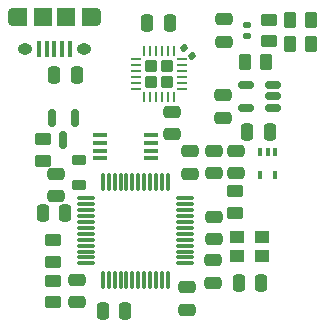
<source format=gbr>
%TF.GenerationSoftware,KiCad,Pcbnew,6.0.4-6f826c9f35~116~ubuntu20.04.1*%
%TF.CreationDate,2022-04-08T13:22:16+02:00*%
%TF.ProjectId,BACKUP_PROJECT,4241434b-5550-45f5-9052-4f4a4543542e,rev?*%
%TF.SameCoordinates,Original*%
%TF.FileFunction,Paste,Bot*%
%TF.FilePolarity,Positive*%
%FSLAX46Y46*%
G04 Gerber Fmt 4.6, Leading zero omitted, Abs format (unit mm)*
G04 Created by KiCad (PCBNEW 6.0.4-6f826c9f35~116~ubuntu20.04.1) date 2022-04-08 13:22:16*
%MOMM*%
%LPD*%
G01*
G04 APERTURE LIST*
G04 Aperture macros list*
%AMRoundRect*
0 Rectangle with rounded corners*
0 $1 Rounding radius*
0 $2 $3 $4 $5 $6 $7 $8 $9 X,Y pos of 4 corners*
0 Add a 4 corners polygon primitive as box body*
4,1,4,$2,$3,$4,$5,$6,$7,$8,$9,$2,$3,0*
0 Add four circle primitives for the rounded corners*
1,1,$1+$1,$2,$3*
1,1,$1+$1,$4,$5*
1,1,$1+$1,$6,$7*
1,1,$1+$1,$8,$9*
0 Add four rect primitives between the rounded corners*
20,1,$1+$1,$2,$3,$4,$5,0*
20,1,$1+$1,$4,$5,$6,$7,0*
20,1,$1+$1,$6,$7,$8,$9,0*
20,1,$1+$1,$8,$9,$2,$3,0*%
G04 Aperture macros list end*
%ADD10RoundRect,0.250000X0.475000X-0.250000X0.475000X0.250000X-0.475000X0.250000X-0.475000X-0.250000X0*%
%ADD11RoundRect,0.250000X-0.250000X-0.475000X0.250000X-0.475000X0.250000X0.475000X-0.250000X0.475000X0*%
%ADD12R,0.400000X0.650000*%
%ADD13RoundRect,0.140000X0.216520X0.040237X0.002028X0.220218X-0.216520X-0.040237X-0.002028X-0.220218X0*%
%ADD14RoundRect,0.250000X-0.262500X-0.450000X0.262500X-0.450000X0.262500X0.450000X-0.262500X0.450000X0*%
%ADD15RoundRect,0.250000X-0.475000X0.250000X-0.475000X-0.250000X0.475000X-0.250000X0.475000X0.250000X0*%
%ADD16RoundRect,0.250000X-0.275000X0.275000X-0.275000X-0.275000X0.275000X-0.275000X0.275000X0.275000X0*%
%ADD17RoundRect,0.062500X-0.062500X0.350000X-0.062500X-0.350000X0.062500X-0.350000X0.062500X0.350000X0*%
%ADD18RoundRect,0.062500X-0.350000X0.062500X-0.350000X-0.062500X0.350000X-0.062500X0.350000X0.062500X0*%
%ADD19R,1.300000X1.100000*%
%ADD20RoundRect,0.250000X-0.450000X0.262500X-0.450000X-0.262500X0.450000X-0.262500X0.450000X0.262500X0*%
%ADD21RoundRect,0.250000X0.450000X-0.262500X0.450000X0.262500X-0.450000X0.262500X-0.450000X-0.262500X0*%
%ADD22RoundRect,0.075000X0.662500X0.075000X-0.662500X0.075000X-0.662500X-0.075000X0.662500X-0.075000X0*%
%ADD23RoundRect,0.075000X0.075000X0.662500X-0.075000X0.662500X-0.075000X-0.662500X0.075000X-0.662500X0*%
%ADD24RoundRect,0.140000X-0.170000X0.140000X-0.170000X-0.140000X0.170000X-0.140000X0.170000X0.140000X0*%
%ADD25RoundRect,0.250000X0.250000X0.475000X-0.250000X0.475000X-0.250000X-0.475000X0.250000X-0.475000X0*%
%ADD26RoundRect,0.250000X0.262500X0.450000X-0.262500X0.450000X-0.262500X-0.450000X0.262500X-0.450000X0*%
%ADD27RoundRect,0.218750X0.381250X-0.218750X0.381250X0.218750X-0.381250X0.218750X-0.381250X-0.218750X0*%
%ADD28O,1.250000X0.950000*%
%ADD29O,0.890000X1.550000*%
%ADD30R,0.400000X1.350000*%
%ADD31R,1.500000X1.550000*%
%ADD32R,1.200000X1.550000*%
%ADD33R,1.307000X0.457200*%
%ADD34RoundRect,0.150000X0.512500X0.150000X-0.512500X0.150000X-0.512500X-0.150000X0.512500X-0.150000X0*%
%ADD35RoundRect,0.150000X-0.150000X0.587500X-0.150000X-0.587500X0.150000X-0.587500X0.150000X0.587500X0*%
G04 APERTURE END LIST*
D10*
%TO.C,C12*%
X142646400Y-77990800D03*
X142646400Y-76090800D03*
%TD*%
D11*
%TO.C,C7*%
X136819600Y-92913200D03*
X138719600Y-92913200D03*
%TD*%
D12*
%TO.C,U4*%
X150124400Y-79502000D03*
X150774400Y-79502000D03*
X151424400Y-79502000D03*
X151424400Y-81402000D03*
X150124400Y-81402000D03*
%TD*%
D13*
%TO.C,C2*%
X144385701Y-71323200D03*
X143650299Y-70706124D03*
%TD*%
D10*
%TO.C,C10*%
X144221200Y-81315600D03*
X144221200Y-79415600D03*
%TD*%
D14*
%TO.C,R9*%
X152655900Y-68275200D03*
X154480900Y-68275200D03*
%TD*%
D11*
%TO.C,C13*%
X149062400Y-77774800D03*
X150962400Y-77774800D03*
%TD*%
D15*
%TO.C,C6*%
X146151600Y-88661200D03*
X146151600Y-90561200D03*
%TD*%
D16*
%TO.C,U1*%
X142240000Y-72233000D03*
X140940000Y-73533000D03*
X142240000Y-73533000D03*
X140940000Y-72233000D03*
D17*
X140340000Y-70945500D03*
X140840000Y-70945500D03*
X141340000Y-70945500D03*
X141840000Y-70945500D03*
X142340000Y-70945500D03*
X142840000Y-70945500D03*
D18*
X143527500Y-71633000D03*
X143527500Y-72133000D03*
X143527500Y-72633000D03*
X143527500Y-73133000D03*
X143527500Y-73633000D03*
X143527500Y-74133000D03*
D17*
X142840000Y-74820500D03*
X142340000Y-74820500D03*
X141840000Y-74820500D03*
X141340000Y-74820500D03*
X140840000Y-74820500D03*
X140340000Y-74820500D03*
D18*
X139652500Y-74133000D03*
X139652500Y-73633000D03*
X139652500Y-73133000D03*
X139652500Y-72633000D03*
X139652500Y-72133000D03*
X139652500Y-71633000D03*
%TD*%
D19*
%TO.C,X1*%
X150275000Y-88328000D03*
X148175000Y-88328000D03*
X148175000Y-86678000D03*
X150275000Y-86678000D03*
%TD*%
D20*
%TO.C,R11*%
X132638800Y-90375100D03*
X132638800Y-92200100D03*
%TD*%
D21*
%TO.C,R12*%
X132638800Y-88798400D03*
X132638800Y-86973400D03*
%TD*%
D22*
%TO.C,U2*%
X143735500Y-83406800D03*
X143735500Y-83906800D03*
X143735500Y-84406800D03*
X143735500Y-84906800D03*
X143735500Y-85406800D03*
X143735500Y-85906800D03*
X143735500Y-86406800D03*
X143735500Y-86906800D03*
X143735500Y-87406800D03*
X143735500Y-87906800D03*
X143735500Y-88406800D03*
X143735500Y-88906800D03*
D23*
X142323000Y-90319300D03*
X141823000Y-90319300D03*
X141323000Y-90319300D03*
X140823000Y-90319300D03*
X140323000Y-90319300D03*
X139823000Y-90319300D03*
X139323000Y-90319300D03*
X138823000Y-90319300D03*
X138323000Y-90319300D03*
X137823000Y-90319300D03*
X137323000Y-90319300D03*
X136823000Y-90319300D03*
D22*
X135410500Y-88906800D03*
X135410500Y-88406800D03*
X135410500Y-87906800D03*
X135410500Y-87406800D03*
X135410500Y-86906800D03*
X135410500Y-86406800D03*
X135410500Y-85906800D03*
X135410500Y-85406800D03*
X135410500Y-84906800D03*
X135410500Y-84406800D03*
X135410500Y-83906800D03*
X135410500Y-83406800D03*
D23*
X136823000Y-81994300D03*
X137323000Y-81994300D03*
X137823000Y-81994300D03*
X138323000Y-81994300D03*
X138823000Y-81994300D03*
X139323000Y-81994300D03*
X139823000Y-81994300D03*
X140323000Y-81994300D03*
X140823000Y-81994300D03*
X141323000Y-81994300D03*
X141823000Y-81994300D03*
X142323000Y-81994300D03*
%TD*%
D15*
%TO.C,C18*%
X134620000Y-90302000D03*
X134620000Y-92202000D03*
%TD*%
D20*
%TO.C,R6*%
X147980400Y-82805900D03*
X147980400Y-84630900D03*
%TD*%
D24*
%TO.C,C2*%
X149047200Y-68709600D03*
X149047200Y-69669600D03*
%TD*%
D10*
%TO.C,C8*%
X132892800Y-83210400D03*
X132892800Y-81310400D03*
%TD*%
D15*
%TO.C,C4*%
X143916400Y-90947200D03*
X143916400Y-92847200D03*
%TD*%
D25*
%TO.C,C3*%
X150241000Y-90551000D03*
X148341000Y-90551000D03*
%TD*%
D15*
%TO.C,C17*%
X147015200Y-74691200D03*
X147015200Y-76591200D03*
%TD*%
D26*
%TO.C,R10*%
X154480900Y-70307200D03*
X152655900Y-70307200D03*
%TD*%
D10*
%TO.C,C5*%
X146227800Y-86868000D03*
X146227800Y-84968000D03*
%TD*%
D25*
%TO.C,C15*%
X133654800Y-84683600D03*
X131754800Y-84683600D03*
%TD*%
D27*
%TO.C,L1*%
X134772400Y-82291700D03*
X134772400Y-80166700D03*
%TD*%
D14*
%TO.C,R8*%
X148845900Y-71882000D03*
X150670900Y-71882000D03*
%TD*%
D10*
%TO.C,C9*%
X146202400Y-81280000D03*
X146202400Y-79380000D03*
%TD*%
D28*
%TO.C,J3*%
X130215000Y-70742000D03*
D29*
X129215000Y-68042000D03*
D28*
X135215000Y-70742000D03*
D29*
X136215000Y-68042000D03*
D30*
X131415000Y-70742000D03*
X132065000Y-70742000D03*
X132715000Y-70742000D03*
X133365000Y-70742000D03*
X134015000Y-70742000D03*
D31*
X133715000Y-68042000D03*
X131715000Y-68042000D03*
D32*
X129815000Y-68042000D03*
X135615000Y-68042000D03*
%TD*%
D20*
%TO.C,R4*%
X131775200Y-78386300D03*
X131775200Y-80211300D03*
%TD*%
D10*
%TO.C,C14*%
X148082000Y-81300400D03*
X148082000Y-79400400D03*
%TD*%
D33*
%TO.C,U3*%
X140886899Y-78069801D03*
X140886899Y-78719799D03*
X140886899Y-79369801D03*
X140886899Y-80019799D03*
X136582701Y-80019799D03*
X136582701Y-79369801D03*
X136582701Y-78719799D03*
X136582701Y-78069801D03*
%TD*%
D25*
%TO.C,C1*%
X142478800Y-68580000D03*
X140578800Y-68580000D03*
%TD*%
D34*
%TO.C,U7*%
X151200700Y-73827600D03*
X151200700Y-74777600D03*
X151200700Y-75727600D03*
X148925700Y-75727600D03*
X148925700Y-73827600D03*
%TD*%
D35*
%TO.C,Q1*%
X132527000Y-76583300D03*
X134427000Y-76583300D03*
X133477000Y-78458300D03*
%TD*%
D10*
%TO.C,C16*%
X147066000Y-70139600D03*
X147066000Y-68239600D03*
%TD*%
D20*
%TO.C,R1*%
X150926800Y-68275200D03*
X150926800Y-70100200D03*
%TD*%
D11*
%TO.C,C11*%
X132704800Y-72999600D03*
X134604800Y-72999600D03*
%TD*%
M02*

</source>
